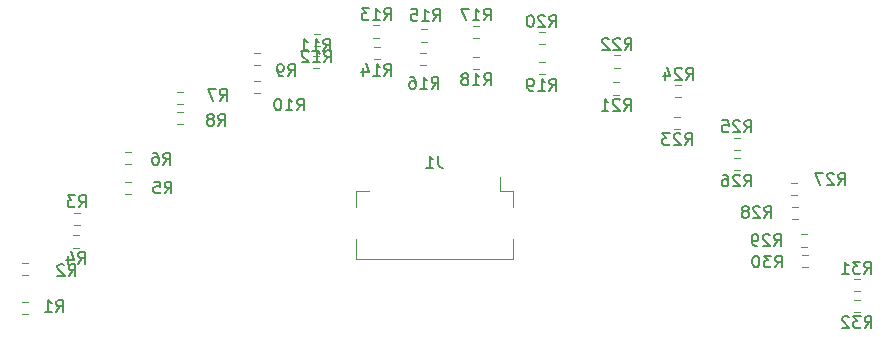
<source format=gbr>
%TF.GenerationSoftware,KiCad,Pcbnew,8.0.1-8.0.1-1~ubuntu22.04.1*%
%TF.CreationDate,2024-03-22T15:25:37-03:00*%
%TF.ProjectId,linefollower,6c696e65-666f-46c6-9c6f-7765722e6b69,rev?*%
%TF.SameCoordinates,Original*%
%TF.FileFunction,Legend,Bot*%
%TF.FilePolarity,Positive*%
%FSLAX46Y46*%
G04 Gerber Fmt 4.6, Leading zero omitted, Abs format (unit mm)*
G04 Created by KiCad (PCBNEW 8.0.1-8.0.1-1~ubuntu22.04.1) date 2024-03-22 15:25:37*
%MOMM*%
%LPD*%
G01*
G04 APERTURE LIST*
%ADD10C,0.150000*%
%ADD11C,0.120000*%
G04 APERTURE END LIST*
D10*
X127073165Y-108475550D02*
X127406498Y-107999359D01*
X127644593Y-108475550D02*
X127644593Y-107475550D01*
X127644593Y-107475550D02*
X127263641Y-107475550D01*
X127263641Y-107475550D02*
X127168403Y-107523169D01*
X127168403Y-107523169D02*
X127120784Y-107570788D01*
X127120784Y-107570788D02*
X127073165Y-107666026D01*
X127073165Y-107666026D02*
X127073165Y-107808883D01*
X127073165Y-107808883D02*
X127120784Y-107904121D01*
X127120784Y-107904121D02*
X127168403Y-107951740D01*
X127168403Y-107951740D02*
X127263641Y-107999359D01*
X127263641Y-107999359D02*
X127644593Y-107999359D01*
X126216022Y-107475550D02*
X126406498Y-107475550D01*
X126406498Y-107475550D02*
X126501736Y-107523169D01*
X126501736Y-107523169D02*
X126549355Y-107570788D01*
X126549355Y-107570788D02*
X126644593Y-107713645D01*
X126644593Y-107713645D02*
X126692212Y-107904121D01*
X126692212Y-107904121D02*
X126692212Y-108285073D01*
X126692212Y-108285073D02*
X126644593Y-108380311D01*
X126644593Y-108380311D02*
X126596974Y-108427931D01*
X126596974Y-108427931D02*
X126501736Y-108475550D01*
X126501736Y-108475550D02*
X126311260Y-108475550D01*
X126311260Y-108475550D02*
X126216022Y-108427931D01*
X126216022Y-108427931D02*
X126168403Y-108380311D01*
X126168403Y-108380311D02*
X126120784Y-108285073D01*
X126120784Y-108285073D02*
X126120784Y-108046978D01*
X126120784Y-108046978D02*
X126168403Y-107951740D01*
X126168403Y-107951740D02*
X126216022Y-107904121D01*
X126216022Y-107904121D02*
X126311260Y-107856502D01*
X126311260Y-107856502D02*
X126501736Y-107856502D01*
X126501736Y-107856502D02*
X126596974Y-107904121D01*
X126596974Y-107904121D02*
X126644593Y-107951740D01*
X126644593Y-107951740D02*
X126692212Y-108046978D01*
X119046628Y-117894453D02*
X119379961Y-117418262D01*
X119618056Y-117894453D02*
X119618056Y-116894453D01*
X119618056Y-116894453D02*
X119237104Y-116894453D01*
X119237104Y-116894453D02*
X119141866Y-116942072D01*
X119141866Y-116942072D02*
X119094247Y-116989691D01*
X119094247Y-116989691D02*
X119046628Y-117084929D01*
X119046628Y-117084929D02*
X119046628Y-117227786D01*
X119046628Y-117227786D02*
X119094247Y-117323024D01*
X119094247Y-117323024D02*
X119141866Y-117370643D01*
X119141866Y-117370643D02*
X119237104Y-117418262D01*
X119237104Y-117418262D02*
X119618056Y-117418262D01*
X118665675Y-116989691D02*
X118618056Y-116942072D01*
X118618056Y-116942072D02*
X118522818Y-116894453D01*
X118522818Y-116894453D02*
X118284723Y-116894453D01*
X118284723Y-116894453D02*
X118189485Y-116942072D01*
X118189485Y-116942072D02*
X118141866Y-116989691D01*
X118141866Y-116989691D02*
X118094247Y-117084929D01*
X118094247Y-117084929D02*
X118094247Y-117180167D01*
X118094247Y-117180167D02*
X118141866Y-117323024D01*
X118141866Y-117323024D02*
X118713294Y-117894453D01*
X118713294Y-117894453D02*
X118094247Y-117894453D01*
X150333333Y-107754819D02*
X150333333Y-108469104D01*
X150333333Y-108469104D02*
X150380952Y-108611961D01*
X150380952Y-108611961D02*
X150476190Y-108707200D01*
X150476190Y-108707200D02*
X150619047Y-108754819D01*
X150619047Y-108754819D02*
X150714285Y-108754819D01*
X149333333Y-108754819D02*
X149904761Y-108754819D01*
X149619047Y-108754819D02*
X149619047Y-107754819D01*
X149619047Y-107754819D02*
X149714285Y-107897676D01*
X149714285Y-107897676D02*
X149809523Y-107992914D01*
X149809523Y-107992914D02*
X149904761Y-108040533D01*
X137636840Y-100987683D02*
X137970173Y-100511492D01*
X138208268Y-100987683D02*
X138208268Y-99987683D01*
X138208268Y-99987683D02*
X137827316Y-99987683D01*
X137827316Y-99987683D02*
X137732078Y-100035302D01*
X137732078Y-100035302D02*
X137684459Y-100082921D01*
X137684459Y-100082921D02*
X137636840Y-100178159D01*
X137636840Y-100178159D02*
X137636840Y-100321016D01*
X137636840Y-100321016D02*
X137684459Y-100416254D01*
X137684459Y-100416254D02*
X137732078Y-100463873D01*
X137732078Y-100463873D02*
X137827316Y-100511492D01*
X137827316Y-100511492D02*
X138208268Y-100511492D01*
X137160649Y-100987683D02*
X136970173Y-100987683D01*
X136970173Y-100987683D02*
X136874935Y-100940064D01*
X136874935Y-100940064D02*
X136827316Y-100892444D01*
X136827316Y-100892444D02*
X136732078Y-100749587D01*
X136732078Y-100749587D02*
X136684459Y-100559111D01*
X136684459Y-100559111D02*
X136684459Y-100178159D01*
X136684459Y-100178159D02*
X136732078Y-100082921D01*
X136732078Y-100082921D02*
X136779697Y-100035302D01*
X136779697Y-100035302D02*
X136874935Y-99987683D01*
X136874935Y-99987683D02*
X137065411Y-99987683D01*
X137065411Y-99987683D02*
X137160649Y-100035302D01*
X137160649Y-100035302D02*
X137208268Y-100082921D01*
X137208268Y-100082921D02*
X137255887Y-100178159D01*
X137255887Y-100178159D02*
X137255887Y-100416254D01*
X137255887Y-100416254D02*
X137208268Y-100511492D01*
X137208268Y-100511492D02*
X137160649Y-100559111D01*
X137160649Y-100559111D02*
X137065411Y-100606730D01*
X137065411Y-100606730D02*
X136874935Y-100606730D01*
X136874935Y-100606730D02*
X136779697Y-100559111D01*
X136779697Y-100559111D02*
X136732078Y-100511492D01*
X136732078Y-100511492D02*
X136684459Y-100416254D01*
X178774183Y-115365837D02*
X179107516Y-114889646D01*
X179345611Y-115365837D02*
X179345611Y-114365837D01*
X179345611Y-114365837D02*
X178964659Y-114365837D01*
X178964659Y-114365837D02*
X178869421Y-114413456D01*
X178869421Y-114413456D02*
X178821802Y-114461075D01*
X178821802Y-114461075D02*
X178774183Y-114556313D01*
X178774183Y-114556313D02*
X178774183Y-114699170D01*
X178774183Y-114699170D02*
X178821802Y-114794408D01*
X178821802Y-114794408D02*
X178869421Y-114842027D01*
X178869421Y-114842027D02*
X178964659Y-114889646D01*
X178964659Y-114889646D02*
X179345611Y-114889646D01*
X178393230Y-114461075D02*
X178345611Y-114413456D01*
X178345611Y-114413456D02*
X178250373Y-114365837D01*
X178250373Y-114365837D02*
X178012278Y-114365837D01*
X178012278Y-114365837D02*
X177917040Y-114413456D01*
X177917040Y-114413456D02*
X177869421Y-114461075D01*
X177869421Y-114461075D02*
X177821802Y-114556313D01*
X177821802Y-114556313D02*
X177821802Y-114651551D01*
X177821802Y-114651551D02*
X177869421Y-114794408D01*
X177869421Y-114794408D02*
X178440849Y-115365837D01*
X178440849Y-115365837D02*
X177821802Y-115365837D01*
X177345611Y-115365837D02*
X177155135Y-115365837D01*
X177155135Y-115365837D02*
X177059897Y-115318218D01*
X177059897Y-115318218D02*
X177012278Y-115270598D01*
X177012278Y-115270598D02*
X176917040Y-115127741D01*
X176917040Y-115127741D02*
X176869421Y-114937265D01*
X176869421Y-114937265D02*
X176869421Y-114556313D01*
X176869421Y-114556313D02*
X176917040Y-114461075D01*
X176917040Y-114461075D02*
X176964659Y-114413456D01*
X176964659Y-114413456D02*
X177059897Y-114365837D01*
X177059897Y-114365837D02*
X177250373Y-114365837D01*
X177250373Y-114365837D02*
X177345611Y-114413456D01*
X177345611Y-114413456D02*
X177393230Y-114461075D01*
X177393230Y-114461075D02*
X177440849Y-114556313D01*
X177440849Y-114556313D02*
X177440849Y-114794408D01*
X177440849Y-114794408D02*
X177393230Y-114889646D01*
X177393230Y-114889646D02*
X177345611Y-114937265D01*
X177345611Y-114937265D02*
X177250373Y-114984884D01*
X177250373Y-114984884D02*
X177059897Y-114984884D01*
X177059897Y-114984884D02*
X176964659Y-114937265D01*
X176964659Y-114937265D02*
X176917040Y-114889646D01*
X176917040Y-114889646D02*
X176869421Y-114794408D01*
X119853469Y-116869316D02*
X120186802Y-116393125D01*
X120424897Y-116869316D02*
X120424897Y-115869316D01*
X120424897Y-115869316D02*
X120043945Y-115869316D01*
X120043945Y-115869316D02*
X119948707Y-115916935D01*
X119948707Y-115916935D02*
X119901088Y-115964554D01*
X119901088Y-115964554D02*
X119853469Y-116059792D01*
X119853469Y-116059792D02*
X119853469Y-116202649D01*
X119853469Y-116202649D02*
X119901088Y-116297887D01*
X119901088Y-116297887D02*
X119948707Y-116345506D01*
X119948707Y-116345506D02*
X120043945Y-116393125D01*
X120043945Y-116393125D02*
X120424897Y-116393125D01*
X118996326Y-116202649D02*
X118996326Y-116869316D01*
X119234421Y-115821697D02*
X119472516Y-116535982D01*
X119472516Y-116535982D02*
X118853469Y-116535982D01*
X145750255Y-96244454D02*
X146083588Y-95768263D01*
X146321683Y-96244454D02*
X146321683Y-95244454D01*
X146321683Y-95244454D02*
X145940731Y-95244454D01*
X145940731Y-95244454D02*
X145845493Y-95292073D01*
X145845493Y-95292073D02*
X145797874Y-95339692D01*
X145797874Y-95339692D02*
X145750255Y-95434930D01*
X145750255Y-95434930D02*
X145750255Y-95577787D01*
X145750255Y-95577787D02*
X145797874Y-95673025D01*
X145797874Y-95673025D02*
X145845493Y-95720644D01*
X145845493Y-95720644D02*
X145940731Y-95768263D01*
X145940731Y-95768263D02*
X146321683Y-95768263D01*
X144797874Y-96244454D02*
X145369302Y-96244454D01*
X145083588Y-96244454D02*
X145083588Y-95244454D01*
X145083588Y-95244454D02*
X145178826Y-95387311D01*
X145178826Y-95387311D02*
X145274064Y-95482549D01*
X145274064Y-95482549D02*
X145369302Y-95530168D01*
X144464540Y-95244454D02*
X143845493Y-95244454D01*
X143845493Y-95244454D02*
X144178826Y-95625406D01*
X144178826Y-95625406D02*
X144035969Y-95625406D01*
X144035969Y-95625406D02*
X143940731Y-95673025D01*
X143940731Y-95673025D02*
X143893112Y-95720644D01*
X143893112Y-95720644D02*
X143845493Y-95815882D01*
X143845493Y-95815882D02*
X143845493Y-96053977D01*
X143845493Y-96053977D02*
X143893112Y-96149215D01*
X143893112Y-96149215D02*
X143940731Y-96196835D01*
X143940731Y-96196835D02*
X144035969Y-96244454D01*
X144035969Y-96244454D02*
X144321683Y-96244454D01*
X144321683Y-96244454D02*
X144416921Y-96196835D01*
X144416921Y-96196835D02*
X144464540Y-96149215D01*
X176242988Y-110325350D02*
X176576321Y-109849159D01*
X176814416Y-110325350D02*
X176814416Y-109325350D01*
X176814416Y-109325350D02*
X176433464Y-109325350D01*
X176433464Y-109325350D02*
X176338226Y-109372969D01*
X176338226Y-109372969D02*
X176290607Y-109420588D01*
X176290607Y-109420588D02*
X176242988Y-109515826D01*
X176242988Y-109515826D02*
X176242988Y-109658683D01*
X176242988Y-109658683D02*
X176290607Y-109753921D01*
X176290607Y-109753921D02*
X176338226Y-109801540D01*
X176338226Y-109801540D02*
X176433464Y-109849159D01*
X176433464Y-109849159D02*
X176814416Y-109849159D01*
X175862035Y-109420588D02*
X175814416Y-109372969D01*
X175814416Y-109372969D02*
X175719178Y-109325350D01*
X175719178Y-109325350D02*
X175481083Y-109325350D01*
X175481083Y-109325350D02*
X175385845Y-109372969D01*
X175385845Y-109372969D02*
X175338226Y-109420588D01*
X175338226Y-109420588D02*
X175290607Y-109515826D01*
X175290607Y-109515826D02*
X175290607Y-109611064D01*
X175290607Y-109611064D02*
X175338226Y-109753921D01*
X175338226Y-109753921D02*
X175909654Y-110325350D01*
X175909654Y-110325350D02*
X175290607Y-110325350D01*
X174433464Y-109325350D02*
X174623940Y-109325350D01*
X174623940Y-109325350D02*
X174719178Y-109372969D01*
X174719178Y-109372969D02*
X174766797Y-109420588D01*
X174766797Y-109420588D02*
X174862035Y-109563445D01*
X174862035Y-109563445D02*
X174909654Y-109753921D01*
X174909654Y-109753921D02*
X174909654Y-110134873D01*
X174909654Y-110134873D02*
X174862035Y-110230111D01*
X174862035Y-110230111D02*
X174814416Y-110277731D01*
X174814416Y-110277731D02*
X174719178Y-110325350D01*
X174719178Y-110325350D02*
X174528702Y-110325350D01*
X174528702Y-110325350D02*
X174433464Y-110277731D01*
X174433464Y-110277731D02*
X174385845Y-110230111D01*
X174385845Y-110230111D02*
X174338226Y-110134873D01*
X174338226Y-110134873D02*
X174338226Y-109896778D01*
X174338226Y-109896778D02*
X174385845Y-109801540D01*
X174385845Y-109801540D02*
X174433464Y-109753921D01*
X174433464Y-109753921D02*
X174528702Y-109706302D01*
X174528702Y-109706302D02*
X174719178Y-109706302D01*
X174719178Y-109706302D02*
X174814416Y-109753921D01*
X174814416Y-109753921D02*
X174862035Y-109801540D01*
X174862035Y-109801540D02*
X174909654Y-109896778D01*
X178844106Y-117183837D02*
X179177439Y-116707646D01*
X179415534Y-117183837D02*
X179415534Y-116183837D01*
X179415534Y-116183837D02*
X179034582Y-116183837D01*
X179034582Y-116183837D02*
X178939344Y-116231456D01*
X178939344Y-116231456D02*
X178891725Y-116279075D01*
X178891725Y-116279075D02*
X178844106Y-116374313D01*
X178844106Y-116374313D02*
X178844106Y-116517170D01*
X178844106Y-116517170D02*
X178891725Y-116612408D01*
X178891725Y-116612408D02*
X178939344Y-116660027D01*
X178939344Y-116660027D02*
X179034582Y-116707646D01*
X179034582Y-116707646D02*
X179415534Y-116707646D01*
X178510772Y-116183837D02*
X177891725Y-116183837D01*
X177891725Y-116183837D02*
X178225058Y-116564789D01*
X178225058Y-116564789D02*
X178082201Y-116564789D01*
X178082201Y-116564789D02*
X177986963Y-116612408D01*
X177986963Y-116612408D02*
X177939344Y-116660027D01*
X177939344Y-116660027D02*
X177891725Y-116755265D01*
X177891725Y-116755265D02*
X177891725Y-116993360D01*
X177891725Y-116993360D02*
X177939344Y-117088598D01*
X177939344Y-117088598D02*
X177986963Y-117136218D01*
X177986963Y-117136218D02*
X178082201Y-117183837D01*
X178082201Y-117183837D02*
X178367915Y-117183837D01*
X178367915Y-117183837D02*
X178463153Y-117136218D01*
X178463153Y-117136218D02*
X178510772Y-117088598D01*
X177272677Y-116183837D02*
X177177439Y-116183837D01*
X177177439Y-116183837D02*
X177082201Y-116231456D01*
X177082201Y-116231456D02*
X177034582Y-116279075D01*
X177034582Y-116279075D02*
X176986963Y-116374313D01*
X176986963Y-116374313D02*
X176939344Y-116564789D01*
X176939344Y-116564789D02*
X176939344Y-116802884D01*
X176939344Y-116802884D02*
X176986963Y-116993360D01*
X176986963Y-116993360D02*
X177034582Y-117088598D01*
X177034582Y-117088598D02*
X177082201Y-117136218D01*
X177082201Y-117136218D02*
X177177439Y-117183837D01*
X177177439Y-117183837D02*
X177272677Y-117183837D01*
X177272677Y-117183837D02*
X177367915Y-117136218D01*
X177367915Y-117136218D02*
X177415534Y-117088598D01*
X177415534Y-117088598D02*
X177463153Y-116993360D01*
X177463153Y-116993360D02*
X177510772Y-116802884D01*
X177510772Y-116802884D02*
X177510772Y-116564789D01*
X177510772Y-116564789D02*
X177463153Y-116374313D01*
X177463153Y-116374313D02*
X177415534Y-116279075D01*
X177415534Y-116279075D02*
X177367915Y-116231456D01*
X177367915Y-116231456D02*
X177272677Y-116183837D01*
X154192362Y-96270306D02*
X154525695Y-95794115D01*
X154763790Y-96270306D02*
X154763790Y-95270306D01*
X154763790Y-95270306D02*
X154382838Y-95270306D01*
X154382838Y-95270306D02*
X154287600Y-95317925D01*
X154287600Y-95317925D02*
X154239981Y-95365544D01*
X154239981Y-95365544D02*
X154192362Y-95460782D01*
X154192362Y-95460782D02*
X154192362Y-95603639D01*
X154192362Y-95603639D02*
X154239981Y-95698877D01*
X154239981Y-95698877D02*
X154287600Y-95746496D01*
X154287600Y-95746496D02*
X154382838Y-95794115D01*
X154382838Y-95794115D02*
X154763790Y-95794115D01*
X153239981Y-96270306D02*
X153811409Y-96270306D01*
X153525695Y-96270306D02*
X153525695Y-95270306D01*
X153525695Y-95270306D02*
X153620933Y-95413163D01*
X153620933Y-95413163D02*
X153716171Y-95508401D01*
X153716171Y-95508401D02*
X153811409Y-95556020D01*
X152906647Y-95270306D02*
X152239981Y-95270306D01*
X152239981Y-95270306D02*
X152668552Y-96270306D01*
X117997782Y-120953588D02*
X118331115Y-120477397D01*
X118569210Y-120953588D02*
X118569210Y-119953588D01*
X118569210Y-119953588D02*
X118188258Y-119953588D01*
X118188258Y-119953588D02*
X118093020Y-120001207D01*
X118093020Y-120001207D02*
X118045401Y-120048826D01*
X118045401Y-120048826D02*
X117997782Y-120144064D01*
X117997782Y-120144064D02*
X117997782Y-120286921D01*
X117997782Y-120286921D02*
X118045401Y-120382159D01*
X118045401Y-120382159D02*
X118093020Y-120429778D01*
X118093020Y-120429778D02*
X118188258Y-120477397D01*
X118188258Y-120477397D02*
X118569210Y-120477397D01*
X117045401Y-120953588D02*
X117616829Y-120953588D01*
X117331115Y-120953588D02*
X117331115Y-119953588D01*
X117331115Y-119953588D02*
X117426353Y-120096445D01*
X117426353Y-120096445D02*
X117521591Y-120191683D01*
X117521591Y-120191683D02*
X117616829Y-120239302D01*
X145780357Y-100944819D02*
X146113690Y-100468628D01*
X146351785Y-100944819D02*
X146351785Y-99944819D01*
X146351785Y-99944819D02*
X145970833Y-99944819D01*
X145970833Y-99944819D02*
X145875595Y-99992438D01*
X145875595Y-99992438D02*
X145827976Y-100040057D01*
X145827976Y-100040057D02*
X145780357Y-100135295D01*
X145780357Y-100135295D02*
X145780357Y-100278152D01*
X145780357Y-100278152D02*
X145827976Y-100373390D01*
X145827976Y-100373390D02*
X145875595Y-100421009D01*
X145875595Y-100421009D02*
X145970833Y-100468628D01*
X145970833Y-100468628D02*
X146351785Y-100468628D01*
X144827976Y-100944819D02*
X145399404Y-100944819D01*
X145113690Y-100944819D02*
X145113690Y-99944819D01*
X145113690Y-99944819D02*
X145208928Y-100087676D01*
X145208928Y-100087676D02*
X145304166Y-100182914D01*
X145304166Y-100182914D02*
X145399404Y-100230533D01*
X143970833Y-100278152D02*
X143970833Y-100944819D01*
X144208928Y-99897200D02*
X144447023Y-100611485D01*
X144447023Y-100611485D02*
X143827976Y-100611485D01*
X171226531Y-106829743D02*
X171559864Y-106353552D01*
X171797959Y-106829743D02*
X171797959Y-105829743D01*
X171797959Y-105829743D02*
X171417007Y-105829743D01*
X171417007Y-105829743D02*
X171321769Y-105877362D01*
X171321769Y-105877362D02*
X171274150Y-105924981D01*
X171274150Y-105924981D02*
X171226531Y-106020219D01*
X171226531Y-106020219D02*
X171226531Y-106163076D01*
X171226531Y-106163076D02*
X171274150Y-106258314D01*
X171274150Y-106258314D02*
X171321769Y-106305933D01*
X171321769Y-106305933D02*
X171417007Y-106353552D01*
X171417007Y-106353552D02*
X171797959Y-106353552D01*
X170845578Y-105924981D02*
X170797959Y-105877362D01*
X170797959Y-105877362D02*
X170702721Y-105829743D01*
X170702721Y-105829743D02*
X170464626Y-105829743D01*
X170464626Y-105829743D02*
X170369388Y-105877362D01*
X170369388Y-105877362D02*
X170321769Y-105924981D01*
X170321769Y-105924981D02*
X170274150Y-106020219D01*
X170274150Y-106020219D02*
X170274150Y-106115457D01*
X170274150Y-106115457D02*
X170321769Y-106258314D01*
X170321769Y-106258314D02*
X170893197Y-106829743D01*
X170893197Y-106829743D02*
X170274150Y-106829743D01*
X169940816Y-105829743D02*
X169321769Y-105829743D01*
X169321769Y-105829743D02*
X169655102Y-106210695D01*
X169655102Y-106210695D02*
X169512245Y-106210695D01*
X169512245Y-106210695D02*
X169417007Y-106258314D01*
X169417007Y-106258314D02*
X169369388Y-106305933D01*
X169369388Y-106305933D02*
X169321769Y-106401171D01*
X169321769Y-106401171D02*
X169321769Y-106639266D01*
X169321769Y-106639266D02*
X169369388Y-106734504D01*
X169369388Y-106734504D02*
X169417007Y-106782124D01*
X169417007Y-106782124D02*
X169512245Y-106829743D01*
X169512245Y-106829743D02*
X169797959Y-106829743D01*
X169797959Y-106829743D02*
X169893197Y-106782124D01*
X169893197Y-106782124D02*
X169940816Y-106734504D01*
X186408591Y-117717353D02*
X186741924Y-117241162D01*
X186980019Y-117717353D02*
X186980019Y-116717353D01*
X186980019Y-116717353D02*
X186599067Y-116717353D01*
X186599067Y-116717353D02*
X186503829Y-116764972D01*
X186503829Y-116764972D02*
X186456210Y-116812591D01*
X186456210Y-116812591D02*
X186408591Y-116907829D01*
X186408591Y-116907829D02*
X186408591Y-117050686D01*
X186408591Y-117050686D02*
X186456210Y-117145924D01*
X186456210Y-117145924D02*
X186503829Y-117193543D01*
X186503829Y-117193543D02*
X186599067Y-117241162D01*
X186599067Y-117241162D02*
X186980019Y-117241162D01*
X186075257Y-116717353D02*
X185456210Y-116717353D01*
X185456210Y-116717353D02*
X185789543Y-117098305D01*
X185789543Y-117098305D02*
X185646686Y-117098305D01*
X185646686Y-117098305D02*
X185551448Y-117145924D01*
X185551448Y-117145924D02*
X185503829Y-117193543D01*
X185503829Y-117193543D02*
X185456210Y-117288781D01*
X185456210Y-117288781D02*
X185456210Y-117526876D01*
X185456210Y-117526876D02*
X185503829Y-117622114D01*
X185503829Y-117622114D02*
X185551448Y-117669734D01*
X185551448Y-117669734D02*
X185646686Y-117717353D01*
X185646686Y-117717353D02*
X185932400Y-117717353D01*
X185932400Y-117717353D02*
X186027638Y-117669734D01*
X186027638Y-117669734D02*
X186075257Y-117622114D01*
X184503829Y-117717353D02*
X185075257Y-117717353D01*
X184789543Y-117717353D02*
X184789543Y-116717353D01*
X184789543Y-116717353D02*
X184884781Y-116860210D01*
X184884781Y-116860210D02*
X184980019Y-116955448D01*
X184980019Y-116955448D02*
X185075257Y-117003067D01*
X166070512Y-103910454D02*
X166403845Y-103434263D01*
X166641940Y-103910454D02*
X166641940Y-102910454D01*
X166641940Y-102910454D02*
X166260988Y-102910454D01*
X166260988Y-102910454D02*
X166165750Y-102958073D01*
X166165750Y-102958073D02*
X166118131Y-103005692D01*
X166118131Y-103005692D02*
X166070512Y-103100930D01*
X166070512Y-103100930D02*
X166070512Y-103243787D01*
X166070512Y-103243787D02*
X166118131Y-103339025D01*
X166118131Y-103339025D02*
X166165750Y-103386644D01*
X166165750Y-103386644D02*
X166260988Y-103434263D01*
X166260988Y-103434263D02*
X166641940Y-103434263D01*
X165689559Y-103005692D02*
X165641940Y-102958073D01*
X165641940Y-102958073D02*
X165546702Y-102910454D01*
X165546702Y-102910454D02*
X165308607Y-102910454D01*
X165308607Y-102910454D02*
X165213369Y-102958073D01*
X165213369Y-102958073D02*
X165165750Y-103005692D01*
X165165750Y-103005692D02*
X165118131Y-103100930D01*
X165118131Y-103100930D02*
X165118131Y-103196168D01*
X165118131Y-103196168D02*
X165165750Y-103339025D01*
X165165750Y-103339025D02*
X165737178Y-103910454D01*
X165737178Y-103910454D02*
X165118131Y-103910454D01*
X164165750Y-103910454D02*
X164737178Y-103910454D01*
X164451464Y-103910454D02*
X164451464Y-102910454D01*
X164451464Y-102910454D02*
X164546702Y-103053311D01*
X164546702Y-103053311D02*
X164641940Y-103148549D01*
X164641940Y-103148549D02*
X164737178Y-103196168D01*
X186440478Y-122322056D02*
X186773811Y-121845865D01*
X187011906Y-122322056D02*
X187011906Y-121322056D01*
X187011906Y-121322056D02*
X186630954Y-121322056D01*
X186630954Y-121322056D02*
X186535716Y-121369675D01*
X186535716Y-121369675D02*
X186488097Y-121417294D01*
X186488097Y-121417294D02*
X186440478Y-121512532D01*
X186440478Y-121512532D02*
X186440478Y-121655389D01*
X186440478Y-121655389D02*
X186488097Y-121750627D01*
X186488097Y-121750627D02*
X186535716Y-121798246D01*
X186535716Y-121798246D02*
X186630954Y-121845865D01*
X186630954Y-121845865D02*
X187011906Y-121845865D01*
X186107144Y-121322056D02*
X185488097Y-121322056D01*
X185488097Y-121322056D02*
X185821430Y-121703008D01*
X185821430Y-121703008D02*
X185678573Y-121703008D01*
X185678573Y-121703008D02*
X185583335Y-121750627D01*
X185583335Y-121750627D02*
X185535716Y-121798246D01*
X185535716Y-121798246D02*
X185488097Y-121893484D01*
X185488097Y-121893484D02*
X185488097Y-122131579D01*
X185488097Y-122131579D02*
X185535716Y-122226817D01*
X185535716Y-122226817D02*
X185583335Y-122274437D01*
X185583335Y-122274437D02*
X185678573Y-122322056D01*
X185678573Y-122322056D02*
X185964287Y-122322056D01*
X185964287Y-122322056D02*
X186059525Y-122274437D01*
X186059525Y-122274437D02*
X186107144Y-122226817D01*
X185107144Y-121417294D02*
X185059525Y-121369675D01*
X185059525Y-121369675D02*
X184964287Y-121322056D01*
X184964287Y-121322056D02*
X184726192Y-121322056D01*
X184726192Y-121322056D02*
X184630954Y-121369675D01*
X184630954Y-121369675D02*
X184583335Y-121417294D01*
X184583335Y-121417294D02*
X184535716Y-121512532D01*
X184535716Y-121512532D02*
X184535716Y-121607770D01*
X184535716Y-121607770D02*
X184583335Y-121750627D01*
X184583335Y-121750627D02*
X185154763Y-122322056D01*
X185154763Y-122322056D02*
X184535716Y-122322056D01*
X159750356Y-96814819D02*
X160083689Y-96338628D01*
X160321784Y-96814819D02*
X160321784Y-95814819D01*
X160321784Y-95814819D02*
X159940832Y-95814819D01*
X159940832Y-95814819D02*
X159845594Y-95862438D01*
X159845594Y-95862438D02*
X159797975Y-95910057D01*
X159797975Y-95910057D02*
X159750356Y-96005295D01*
X159750356Y-96005295D02*
X159750356Y-96148152D01*
X159750356Y-96148152D02*
X159797975Y-96243390D01*
X159797975Y-96243390D02*
X159845594Y-96291009D01*
X159845594Y-96291009D02*
X159940832Y-96338628D01*
X159940832Y-96338628D02*
X160321784Y-96338628D01*
X159369403Y-95910057D02*
X159321784Y-95862438D01*
X159321784Y-95862438D02*
X159226546Y-95814819D01*
X159226546Y-95814819D02*
X158988451Y-95814819D01*
X158988451Y-95814819D02*
X158893213Y-95862438D01*
X158893213Y-95862438D02*
X158845594Y-95910057D01*
X158845594Y-95910057D02*
X158797975Y-96005295D01*
X158797975Y-96005295D02*
X158797975Y-96100533D01*
X158797975Y-96100533D02*
X158845594Y-96243390D01*
X158845594Y-96243390D02*
X159417022Y-96814819D01*
X159417022Y-96814819D02*
X158797975Y-96814819D01*
X158178927Y-95814819D02*
X158083689Y-95814819D01*
X158083689Y-95814819D02*
X157988451Y-95862438D01*
X157988451Y-95862438D02*
X157940832Y-95910057D01*
X157940832Y-95910057D02*
X157893213Y-96005295D01*
X157893213Y-96005295D02*
X157845594Y-96195771D01*
X157845594Y-96195771D02*
X157845594Y-96433866D01*
X157845594Y-96433866D02*
X157893213Y-96624342D01*
X157893213Y-96624342D02*
X157940832Y-96719580D01*
X157940832Y-96719580D02*
X157988451Y-96767200D01*
X157988451Y-96767200D02*
X158083689Y-96814819D01*
X158083689Y-96814819D02*
X158178927Y-96814819D01*
X158178927Y-96814819D02*
X158274165Y-96767200D01*
X158274165Y-96767200D02*
X158321784Y-96719580D01*
X158321784Y-96719580D02*
X158369403Y-96624342D01*
X158369403Y-96624342D02*
X158417022Y-96433866D01*
X158417022Y-96433866D02*
X158417022Y-96195771D01*
X158417022Y-96195771D02*
X158369403Y-96005295D01*
X158369403Y-96005295D02*
X158321784Y-95910057D01*
X158321784Y-95910057D02*
X158274165Y-95862438D01*
X158274165Y-95862438D02*
X158178927Y-95814819D01*
X177952586Y-112988452D02*
X178285919Y-112512261D01*
X178524014Y-112988452D02*
X178524014Y-111988452D01*
X178524014Y-111988452D02*
X178143062Y-111988452D01*
X178143062Y-111988452D02*
X178047824Y-112036071D01*
X178047824Y-112036071D02*
X178000205Y-112083690D01*
X178000205Y-112083690D02*
X177952586Y-112178928D01*
X177952586Y-112178928D02*
X177952586Y-112321785D01*
X177952586Y-112321785D02*
X178000205Y-112417023D01*
X178000205Y-112417023D02*
X178047824Y-112464642D01*
X178047824Y-112464642D02*
X178143062Y-112512261D01*
X178143062Y-112512261D02*
X178524014Y-112512261D01*
X177571633Y-112083690D02*
X177524014Y-112036071D01*
X177524014Y-112036071D02*
X177428776Y-111988452D01*
X177428776Y-111988452D02*
X177190681Y-111988452D01*
X177190681Y-111988452D02*
X177095443Y-112036071D01*
X177095443Y-112036071D02*
X177047824Y-112083690D01*
X177047824Y-112083690D02*
X177000205Y-112178928D01*
X177000205Y-112178928D02*
X177000205Y-112274166D01*
X177000205Y-112274166D02*
X177047824Y-112417023D01*
X177047824Y-112417023D02*
X177619252Y-112988452D01*
X177619252Y-112988452D02*
X177000205Y-112988452D01*
X176428776Y-112417023D02*
X176524014Y-112369404D01*
X176524014Y-112369404D02*
X176571633Y-112321785D01*
X176571633Y-112321785D02*
X176619252Y-112226547D01*
X176619252Y-112226547D02*
X176619252Y-112178928D01*
X176619252Y-112178928D02*
X176571633Y-112083690D01*
X176571633Y-112083690D02*
X176524014Y-112036071D01*
X176524014Y-112036071D02*
X176428776Y-111988452D01*
X176428776Y-111988452D02*
X176238300Y-111988452D01*
X176238300Y-111988452D02*
X176143062Y-112036071D01*
X176143062Y-112036071D02*
X176095443Y-112083690D01*
X176095443Y-112083690D02*
X176047824Y-112178928D01*
X176047824Y-112178928D02*
X176047824Y-112226547D01*
X176047824Y-112226547D02*
X176095443Y-112321785D01*
X176095443Y-112321785D02*
X176143062Y-112369404D01*
X176143062Y-112369404D02*
X176238300Y-112417023D01*
X176238300Y-112417023D02*
X176428776Y-112417023D01*
X176428776Y-112417023D02*
X176524014Y-112464642D01*
X176524014Y-112464642D02*
X176571633Y-112512261D01*
X176571633Y-112512261D02*
X176619252Y-112607499D01*
X176619252Y-112607499D02*
X176619252Y-112797975D01*
X176619252Y-112797975D02*
X176571633Y-112893213D01*
X176571633Y-112893213D02*
X176524014Y-112940833D01*
X176524014Y-112940833D02*
X176428776Y-112988452D01*
X176428776Y-112988452D02*
X176238300Y-112988452D01*
X176238300Y-112988452D02*
X176143062Y-112940833D01*
X176143062Y-112940833D02*
X176095443Y-112893213D01*
X176095443Y-112893213D02*
X176047824Y-112797975D01*
X176047824Y-112797975D02*
X176047824Y-112607499D01*
X176047824Y-112607499D02*
X176095443Y-112512261D01*
X176095443Y-112512261D02*
X176143062Y-112464642D01*
X176143062Y-112464642D02*
X176238300Y-112417023D01*
X119904166Y-112084819D02*
X120237499Y-111608628D01*
X120475594Y-112084819D02*
X120475594Y-111084819D01*
X120475594Y-111084819D02*
X120094642Y-111084819D01*
X120094642Y-111084819D02*
X119999404Y-111132438D01*
X119999404Y-111132438D02*
X119951785Y-111180057D01*
X119951785Y-111180057D02*
X119904166Y-111275295D01*
X119904166Y-111275295D02*
X119904166Y-111418152D01*
X119904166Y-111418152D02*
X119951785Y-111513390D01*
X119951785Y-111513390D02*
X119999404Y-111561009D01*
X119999404Y-111561009D02*
X120094642Y-111608628D01*
X120094642Y-111608628D02*
X120475594Y-111608628D01*
X119570832Y-111084819D02*
X118951785Y-111084819D01*
X118951785Y-111084819D02*
X119285118Y-111465771D01*
X119285118Y-111465771D02*
X119142261Y-111465771D01*
X119142261Y-111465771D02*
X119047023Y-111513390D01*
X119047023Y-111513390D02*
X118999404Y-111561009D01*
X118999404Y-111561009D02*
X118951785Y-111656247D01*
X118951785Y-111656247D02*
X118951785Y-111894342D01*
X118951785Y-111894342D02*
X118999404Y-111989580D01*
X118999404Y-111989580D02*
X119047023Y-112037200D01*
X119047023Y-112037200D02*
X119142261Y-112084819D01*
X119142261Y-112084819D02*
X119427975Y-112084819D01*
X119427975Y-112084819D02*
X119523213Y-112037200D01*
X119523213Y-112037200D02*
X119570832Y-111989580D01*
X138375243Y-103898232D02*
X138708576Y-103422041D01*
X138946671Y-103898232D02*
X138946671Y-102898232D01*
X138946671Y-102898232D02*
X138565719Y-102898232D01*
X138565719Y-102898232D02*
X138470481Y-102945851D01*
X138470481Y-102945851D02*
X138422862Y-102993470D01*
X138422862Y-102993470D02*
X138375243Y-103088708D01*
X138375243Y-103088708D02*
X138375243Y-103231565D01*
X138375243Y-103231565D02*
X138422862Y-103326803D01*
X138422862Y-103326803D02*
X138470481Y-103374422D01*
X138470481Y-103374422D02*
X138565719Y-103422041D01*
X138565719Y-103422041D02*
X138946671Y-103422041D01*
X137422862Y-103898232D02*
X137994290Y-103898232D01*
X137708576Y-103898232D02*
X137708576Y-102898232D01*
X137708576Y-102898232D02*
X137803814Y-103041089D01*
X137803814Y-103041089D02*
X137899052Y-103136327D01*
X137899052Y-103136327D02*
X137994290Y-103183946D01*
X136803814Y-102898232D02*
X136708576Y-102898232D01*
X136708576Y-102898232D02*
X136613338Y-102945851D01*
X136613338Y-102945851D02*
X136565719Y-102993470D01*
X136565719Y-102993470D02*
X136518100Y-103088708D01*
X136518100Y-103088708D02*
X136470481Y-103279184D01*
X136470481Y-103279184D02*
X136470481Y-103517279D01*
X136470481Y-103517279D02*
X136518100Y-103707755D01*
X136518100Y-103707755D02*
X136565719Y-103802993D01*
X136565719Y-103802993D02*
X136613338Y-103850613D01*
X136613338Y-103850613D02*
X136708576Y-103898232D01*
X136708576Y-103898232D02*
X136803814Y-103898232D01*
X136803814Y-103898232D02*
X136899052Y-103850613D01*
X136899052Y-103850613D02*
X136946671Y-103802993D01*
X136946671Y-103802993D02*
X136994290Y-103707755D01*
X136994290Y-103707755D02*
X137041909Y-103517279D01*
X137041909Y-103517279D02*
X137041909Y-103279184D01*
X137041909Y-103279184D02*
X136994290Y-103088708D01*
X136994290Y-103088708D02*
X136946671Y-102993470D01*
X136946671Y-102993470D02*
X136899052Y-102945851D01*
X136899052Y-102945851D02*
X136803814Y-102898232D01*
X184210703Y-110197625D02*
X184544036Y-109721434D01*
X184782131Y-110197625D02*
X184782131Y-109197625D01*
X184782131Y-109197625D02*
X184401179Y-109197625D01*
X184401179Y-109197625D02*
X184305941Y-109245244D01*
X184305941Y-109245244D02*
X184258322Y-109292863D01*
X184258322Y-109292863D02*
X184210703Y-109388101D01*
X184210703Y-109388101D02*
X184210703Y-109530958D01*
X184210703Y-109530958D02*
X184258322Y-109626196D01*
X184258322Y-109626196D02*
X184305941Y-109673815D01*
X184305941Y-109673815D02*
X184401179Y-109721434D01*
X184401179Y-109721434D02*
X184782131Y-109721434D01*
X183829750Y-109292863D02*
X183782131Y-109245244D01*
X183782131Y-109245244D02*
X183686893Y-109197625D01*
X183686893Y-109197625D02*
X183448798Y-109197625D01*
X183448798Y-109197625D02*
X183353560Y-109245244D01*
X183353560Y-109245244D02*
X183305941Y-109292863D01*
X183305941Y-109292863D02*
X183258322Y-109388101D01*
X183258322Y-109388101D02*
X183258322Y-109483339D01*
X183258322Y-109483339D02*
X183305941Y-109626196D01*
X183305941Y-109626196D02*
X183877369Y-110197625D01*
X183877369Y-110197625D02*
X183258322Y-110197625D01*
X182924988Y-109197625D02*
X182258322Y-109197625D01*
X182258322Y-109197625D02*
X182686893Y-110197625D01*
X176260357Y-105734819D02*
X176593690Y-105258628D01*
X176831785Y-105734819D02*
X176831785Y-104734819D01*
X176831785Y-104734819D02*
X176450833Y-104734819D01*
X176450833Y-104734819D02*
X176355595Y-104782438D01*
X176355595Y-104782438D02*
X176307976Y-104830057D01*
X176307976Y-104830057D02*
X176260357Y-104925295D01*
X176260357Y-104925295D02*
X176260357Y-105068152D01*
X176260357Y-105068152D02*
X176307976Y-105163390D01*
X176307976Y-105163390D02*
X176355595Y-105211009D01*
X176355595Y-105211009D02*
X176450833Y-105258628D01*
X176450833Y-105258628D02*
X176831785Y-105258628D01*
X175879404Y-104830057D02*
X175831785Y-104782438D01*
X175831785Y-104782438D02*
X175736547Y-104734819D01*
X175736547Y-104734819D02*
X175498452Y-104734819D01*
X175498452Y-104734819D02*
X175403214Y-104782438D01*
X175403214Y-104782438D02*
X175355595Y-104830057D01*
X175355595Y-104830057D02*
X175307976Y-104925295D01*
X175307976Y-104925295D02*
X175307976Y-105020533D01*
X175307976Y-105020533D02*
X175355595Y-105163390D01*
X175355595Y-105163390D02*
X175927023Y-105734819D01*
X175927023Y-105734819D02*
X175307976Y-105734819D01*
X174403214Y-104734819D02*
X174879404Y-104734819D01*
X174879404Y-104734819D02*
X174927023Y-105211009D01*
X174927023Y-105211009D02*
X174879404Y-105163390D01*
X174879404Y-105163390D02*
X174784166Y-105115771D01*
X174784166Y-105115771D02*
X174546071Y-105115771D01*
X174546071Y-105115771D02*
X174450833Y-105163390D01*
X174450833Y-105163390D02*
X174403214Y-105211009D01*
X174403214Y-105211009D02*
X174355595Y-105306247D01*
X174355595Y-105306247D02*
X174355595Y-105544342D01*
X174355595Y-105544342D02*
X174403214Y-105639580D01*
X174403214Y-105639580D02*
X174450833Y-105687200D01*
X174450833Y-105687200D02*
X174546071Y-105734819D01*
X174546071Y-105734819D02*
X174784166Y-105734819D01*
X174784166Y-105734819D02*
X174879404Y-105687200D01*
X174879404Y-105687200D02*
X174927023Y-105639580D01*
X131714310Y-105197905D02*
X132047643Y-104721714D01*
X132285738Y-105197905D02*
X132285738Y-104197905D01*
X132285738Y-104197905D02*
X131904786Y-104197905D01*
X131904786Y-104197905D02*
X131809548Y-104245524D01*
X131809548Y-104245524D02*
X131761929Y-104293143D01*
X131761929Y-104293143D02*
X131714310Y-104388381D01*
X131714310Y-104388381D02*
X131714310Y-104531238D01*
X131714310Y-104531238D02*
X131761929Y-104626476D01*
X131761929Y-104626476D02*
X131809548Y-104674095D01*
X131809548Y-104674095D02*
X131904786Y-104721714D01*
X131904786Y-104721714D02*
X132285738Y-104721714D01*
X131142881Y-104626476D02*
X131238119Y-104578857D01*
X131238119Y-104578857D02*
X131285738Y-104531238D01*
X131285738Y-104531238D02*
X131333357Y-104436000D01*
X131333357Y-104436000D02*
X131333357Y-104388381D01*
X131333357Y-104388381D02*
X131285738Y-104293143D01*
X131285738Y-104293143D02*
X131238119Y-104245524D01*
X131238119Y-104245524D02*
X131142881Y-104197905D01*
X131142881Y-104197905D02*
X130952405Y-104197905D01*
X130952405Y-104197905D02*
X130857167Y-104245524D01*
X130857167Y-104245524D02*
X130809548Y-104293143D01*
X130809548Y-104293143D02*
X130761929Y-104388381D01*
X130761929Y-104388381D02*
X130761929Y-104436000D01*
X130761929Y-104436000D02*
X130809548Y-104531238D01*
X130809548Y-104531238D02*
X130857167Y-104578857D01*
X130857167Y-104578857D02*
X130952405Y-104626476D01*
X130952405Y-104626476D02*
X131142881Y-104626476D01*
X131142881Y-104626476D02*
X131238119Y-104674095D01*
X131238119Y-104674095D02*
X131285738Y-104721714D01*
X131285738Y-104721714D02*
X131333357Y-104816952D01*
X131333357Y-104816952D02*
X131333357Y-105007428D01*
X131333357Y-105007428D02*
X131285738Y-105102666D01*
X131285738Y-105102666D02*
X131238119Y-105150286D01*
X131238119Y-105150286D02*
X131142881Y-105197905D01*
X131142881Y-105197905D02*
X130952405Y-105197905D01*
X130952405Y-105197905D02*
X130857167Y-105150286D01*
X130857167Y-105150286D02*
X130809548Y-105102666D01*
X130809548Y-105102666D02*
X130761929Y-105007428D01*
X130761929Y-105007428D02*
X130761929Y-104816952D01*
X130761929Y-104816952D02*
X130809548Y-104721714D01*
X130809548Y-104721714D02*
X130857167Y-104674095D01*
X130857167Y-104674095D02*
X130952405Y-104626476D01*
X131845416Y-103073991D02*
X132178749Y-102597800D01*
X132416844Y-103073991D02*
X132416844Y-102073991D01*
X132416844Y-102073991D02*
X132035892Y-102073991D01*
X132035892Y-102073991D02*
X131940654Y-102121610D01*
X131940654Y-102121610D02*
X131893035Y-102169229D01*
X131893035Y-102169229D02*
X131845416Y-102264467D01*
X131845416Y-102264467D02*
X131845416Y-102407324D01*
X131845416Y-102407324D02*
X131893035Y-102502562D01*
X131893035Y-102502562D02*
X131940654Y-102550181D01*
X131940654Y-102550181D02*
X132035892Y-102597800D01*
X132035892Y-102597800D02*
X132416844Y-102597800D01*
X131512082Y-102073991D02*
X130845416Y-102073991D01*
X130845416Y-102073991D02*
X131273987Y-103073991D01*
X159750357Y-102214819D02*
X160083690Y-101738628D01*
X160321785Y-102214819D02*
X160321785Y-101214819D01*
X160321785Y-101214819D02*
X159940833Y-101214819D01*
X159940833Y-101214819D02*
X159845595Y-101262438D01*
X159845595Y-101262438D02*
X159797976Y-101310057D01*
X159797976Y-101310057D02*
X159750357Y-101405295D01*
X159750357Y-101405295D02*
X159750357Y-101548152D01*
X159750357Y-101548152D02*
X159797976Y-101643390D01*
X159797976Y-101643390D02*
X159845595Y-101691009D01*
X159845595Y-101691009D02*
X159940833Y-101738628D01*
X159940833Y-101738628D02*
X160321785Y-101738628D01*
X158797976Y-102214819D02*
X159369404Y-102214819D01*
X159083690Y-102214819D02*
X159083690Y-101214819D01*
X159083690Y-101214819D02*
X159178928Y-101357676D01*
X159178928Y-101357676D02*
X159274166Y-101452914D01*
X159274166Y-101452914D02*
X159369404Y-101500533D01*
X158321785Y-102214819D02*
X158131309Y-102214819D01*
X158131309Y-102214819D02*
X158036071Y-102167200D01*
X158036071Y-102167200D02*
X157988452Y-102119580D01*
X157988452Y-102119580D02*
X157893214Y-101976723D01*
X157893214Y-101976723D02*
X157845595Y-101786247D01*
X157845595Y-101786247D02*
X157845595Y-101405295D01*
X157845595Y-101405295D02*
X157893214Y-101310057D01*
X157893214Y-101310057D02*
X157940833Y-101262438D01*
X157940833Y-101262438D02*
X158036071Y-101214819D01*
X158036071Y-101214819D02*
X158226547Y-101214819D01*
X158226547Y-101214819D02*
X158321785Y-101262438D01*
X158321785Y-101262438D02*
X158369404Y-101310057D01*
X158369404Y-101310057D02*
X158417023Y-101405295D01*
X158417023Y-101405295D02*
X158417023Y-101643390D01*
X158417023Y-101643390D02*
X158369404Y-101738628D01*
X158369404Y-101738628D02*
X158321785Y-101786247D01*
X158321785Y-101786247D02*
X158226547Y-101833866D01*
X158226547Y-101833866D02*
X158036071Y-101833866D01*
X158036071Y-101833866D02*
X157940833Y-101786247D01*
X157940833Y-101786247D02*
X157893214Y-101738628D01*
X157893214Y-101738628D02*
X157845595Y-101643390D01*
X140699112Y-99818312D02*
X141032445Y-99342121D01*
X141270540Y-99818312D02*
X141270540Y-98818312D01*
X141270540Y-98818312D02*
X140889588Y-98818312D01*
X140889588Y-98818312D02*
X140794350Y-98865931D01*
X140794350Y-98865931D02*
X140746731Y-98913550D01*
X140746731Y-98913550D02*
X140699112Y-99008788D01*
X140699112Y-99008788D02*
X140699112Y-99151645D01*
X140699112Y-99151645D02*
X140746731Y-99246883D01*
X140746731Y-99246883D02*
X140794350Y-99294502D01*
X140794350Y-99294502D02*
X140889588Y-99342121D01*
X140889588Y-99342121D02*
X141270540Y-99342121D01*
X139746731Y-99818312D02*
X140318159Y-99818312D01*
X140032445Y-99818312D02*
X140032445Y-98818312D01*
X140032445Y-98818312D02*
X140127683Y-98961169D01*
X140127683Y-98961169D02*
X140222921Y-99056407D01*
X140222921Y-99056407D02*
X140318159Y-99104026D01*
X139365778Y-98913550D02*
X139318159Y-98865931D01*
X139318159Y-98865931D02*
X139222921Y-98818312D01*
X139222921Y-98818312D02*
X138984826Y-98818312D01*
X138984826Y-98818312D02*
X138889588Y-98865931D01*
X138889588Y-98865931D02*
X138841969Y-98913550D01*
X138841969Y-98913550D02*
X138794350Y-99008788D01*
X138794350Y-99008788D02*
X138794350Y-99104026D01*
X138794350Y-99104026D02*
X138841969Y-99246883D01*
X138841969Y-99246883D02*
X139413397Y-99818312D01*
X139413397Y-99818312D02*
X138794350Y-99818312D01*
X166122954Y-98777953D02*
X166456287Y-98301762D01*
X166694382Y-98777953D02*
X166694382Y-97777953D01*
X166694382Y-97777953D02*
X166313430Y-97777953D01*
X166313430Y-97777953D02*
X166218192Y-97825572D01*
X166218192Y-97825572D02*
X166170573Y-97873191D01*
X166170573Y-97873191D02*
X166122954Y-97968429D01*
X166122954Y-97968429D02*
X166122954Y-98111286D01*
X166122954Y-98111286D02*
X166170573Y-98206524D01*
X166170573Y-98206524D02*
X166218192Y-98254143D01*
X166218192Y-98254143D02*
X166313430Y-98301762D01*
X166313430Y-98301762D02*
X166694382Y-98301762D01*
X165742001Y-97873191D02*
X165694382Y-97825572D01*
X165694382Y-97825572D02*
X165599144Y-97777953D01*
X165599144Y-97777953D02*
X165361049Y-97777953D01*
X165361049Y-97777953D02*
X165265811Y-97825572D01*
X165265811Y-97825572D02*
X165218192Y-97873191D01*
X165218192Y-97873191D02*
X165170573Y-97968429D01*
X165170573Y-97968429D02*
X165170573Y-98063667D01*
X165170573Y-98063667D02*
X165218192Y-98206524D01*
X165218192Y-98206524D02*
X165789620Y-98777953D01*
X165789620Y-98777953D02*
X165170573Y-98777953D01*
X164789620Y-97873191D02*
X164742001Y-97825572D01*
X164742001Y-97825572D02*
X164646763Y-97777953D01*
X164646763Y-97777953D02*
X164408668Y-97777953D01*
X164408668Y-97777953D02*
X164313430Y-97825572D01*
X164313430Y-97825572D02*
X164265811Y-97873191D01*
X164265811Y-97873191D02*
X164218192Y-97968429D01*
X164218192Y-97968429D02*
X164218192Y-98063667D01*
X164218192Y-98063667D02*
X164265811Y-98206524D01*
X164265811Y-98206524D02*
X164837239Y-98777953D01*
X164837239Y-98777953D02*
X164218192Y-98777953D01*
X149774209Y-102054819D02*
X150107542Y-101578628D01*
X150345637Y-102054819D02*
X150345637Y-101054819D01*
X150345637Y-101054819D02*
X149964685Y-101054819D01*
X149964685Y-101054819D02*
X149869447Y-101102438D01*
X149869447Y-101102438D02*
X149821828Y-101150057D01*
X149821828Y-101150057D02*
X149774209Y-101245295D01*
X149774209Y-101245295D02*
X149774209Y-101388152D01*
X149774209Y-101388152D02*
X149821828Y-101483390D01*
X149821828Y-101483390D02*
X149869447Y-101531009D01*
X149869447Y-101531009D02*
X149964685Y-101578628D01*
X149964685Y-101578628D02*
X150345637Y-101578628D01*
X148821828Y-102054819D02*
X149393256Y-102054819D01*
X149107542Y-102054819D02*
X149107542Y-101054819D01*
X149107542Y-101054819D02*
X149202780Y-101197676D01*
X149202780Y-101197676D02*
X149298018Y-101292914D01*
X149298018Y-101292914D02*
X149393256Y-101340533D01*
X147964685Y-101054819D02*
X148155161Y-101054819D01*
X148155161Y-101054819D02*
X148250399Y-101102438D01*
X148250399Y-101102438D02*
X148298018Y-101150057D01*
X148298018Y-101150057D02*
X148393256Y-101292914D01*
X148393256Y-101292914D02*
X148440875Y-101483390D01*
X148440875Y-101483390D02*
X148440875Y-101864342D01*
X148440875Y-101864342D02*
X148393256Y-101959580D01*
X148393256Y-101959580D02*
X148345637Y-102007200D01*
X148345637Y-102007200D02*
X148250399Y-102054819D01*
X148250399Y-102054819D02*
X148059923Y-102054819D01*
X148059923Y-102054819D02*
X147964685Y-102007200D01*
X147964685Y-102007200D02*
X147917066Y-101959580D01*
X147917066Y-101959580D02*
X147869447Y-101864342D01*
X147869447Y-101864342D02*
X147869447Y-101626247D01*
X147869447Y-101626247D02*
X147917066Y-101531009D01*
X147917066Y-101531009D02*
X147964685Y-101483390D01*
X147964685Y-101483390D02*
X148059923Y-101435771D01*
X148059923Y-101435771D02*
X148250399Y-101435771D01*
X148250399Y-101435771D02*
X148345637Y-101483390D01*
X148345637Y-101483390D02*
X148393256Y-101531009D01*
X148393256Y-101531009D02*
X148440875Y-101626247D01*
X140619394Y-98823723D02*
X140952727Y-98347532D01*
X141190822Y-98823723D02*
X141190822Y-97823723D01*
X141190822Y-97823723D02*
X140809870Y-97823723D01*
X140809870Y-97823723D02*
X140714632Y-97871342D01*
X140714632Y-97871342D02*
X140667013Y-97918961D01*
X140667013Y-97918961D02*
X140619394Y-98014199D01*
X140619394Y-98014199D02*
X140619394Y-98157056D01*
X140619394Y-98157056D02*
X140667013Y-98252294D01*
X140667013Y-98252294D02*
X140714632Y-98299913D01*
X140714632Y-98299913D02*
X140809870Y-98347532D01*
X140809870Y-98347532D02*
X141190822Y-98347532D01*
X139667013Y-98823723D02*
X140238441Y-98823723D01*
X139952727Y-98823723D02*
X139952727Y-97823723D01*
X139952727Y-97823723D02*
X140047965Y-97966580D01*
X140047965Y-97966580D02*
X140143203Y-98061818D01*
X140143203Y-98061818D02*
X140238441Y-98109437D01*
X138714632Y-98823723D02*
X139286060Y-98823723D01*
X139000346Y-98823723D02*
X139000346Y-97823723D01*
X139000346Y-97823723D02*
X139095584Y-97966580D01*
X139095584Y-97966580D02*
X139190822Y-98061818D01*
X139190822Y-98061818D02*
X139286060Y-98109437D01*
X149907702Y-96312384D02*
X150241035Y-95836193D01*
X150479130Y-96312384D02*
X150479130Y-95312384D01*
X150479130Y-95312384D02*
X150098178Y-95312384D01*
X150098178Y-95312384D02*
X150002940Y-95360003D01*
X150002940Y-95360003D02*
X149955321Y-95407622D01*
X149955321Y-95407622D02*
X149907702Y-95502860D01*
X149907702Y-95502860D02*
X149907702Y-95645717D01*
X149907702Y-95645717D02*
X149955321Y-95740955D01*
X149955321Y-95740955D02*
X150002940Y-95788574D01*
X150002940Y-95788574D02*
X150098178Y-95836193D01*
X150098178Y-95836193D02*
X150479130Y-95836193D01*
X148955321Y-96312384D02*
X149526749Y-96312384D01*
X149241035Y-96312384D02*
X149241035Y-95312384D01*
X149241035Y-95312384D02*
X149336273Y-95455241D01*
X149336273Y-95455241D02*
X149431511Y-95550479D01*
X149431511Y-95550479D02*
X149526749Y-95598098D01*
X148050559Y-95312384D02*
X148526749Y-95312384D01*
X148526749Y-95312384D02*
X148574368Y-95788574D01*
X148574368Y-95788574D02*
X148526749Y-95740955D01*
X148526749Y-95740955D02*
X148431511Y-95693336D01*
X148431511Y-95693336D02*
X148193416Y-95693336D01*
X148193416Y-95693336D02*
X148098178Y-95740955D01*
X148098178Y-95740955D02*
X148050559Y-95788574D01*
X148050559Y-95788574D02*
X148002940Y-95883812D01*
X148002940Y-95883812D02*
X148002940Y-96121907D01*
X148002940Y-96121907D02*
X148050559Y-96217145D01*
X148050559Y-96217145D02*
X148098178Y-96264765D01*
X148098178Y-96264765D02*
X148193416Y-96312384D01*
X148193416Y-96312384D02*
X148431511Y-96312384D01*
X148431511Y-96312384D02*
X148526749Y-96264765D01*
X148526749Y-96264765D02*
X148574368Y-96217145D01*
X154207972Y-101761127D02*
X154541305Y-101284936D01*
X154779400Y-101761127D02*
X154779400Y-100761127D01*
X154779400Y-100761127D02*
X154398448Y-100761127D01*
X154398448Y-100761127D02*
X154303210Y-100808746D01*
X154303210Y-100808746D02*
X154255591Y-100856365D01*
X154255591Y-100856365D02*
X154207972Y-100951603D01*
X154207972Y-100951603D02*
X154207972Y-101094460D01*
X154207972Y-101094460D02*
X154255591Y-101189698D01*
X154255591Y-101189698D02*
X154303210Y-101237317D01*
X154303210Y-101237317D02*
X154398448Y-101284936D01*
X154398448Y-101284936D02*
X154779400Y-101284936D01*
X153255591Y-101761127D02*
X153827019Y-101761127D01*
X153541305Y-101761127D02*
X153541305Y-100761127D01*
X153541305Y-100761127D02*
X153636543Y-100903984D01*
X153636543Y-100903984D02*
X153731781Y-100999222D01*
X153731781Y-100999222D02*
X153827019Y-101046841D01*
X152684162Y-101189698D02*
X152779400Y-101142079D01*
X152779400Y-101142079D02*
X152827019Y-101094460D01*
X152827019Y-101094460D02*
X152874638Y-100999222D01*
X152874638Y-100999222D02*
X152874638Y-100951603D01*
X152874638Y-100951603D02*
X152827019Y-100856365D01*
X152827019Y-100856365D02*
X152779400Y-100808746D01*
X152779400Y-100808746D02*
X152684162Y-100761127D01*
X152684162Y-100761127D02*
X152493686Y-100761127D01*
X152493686Y-100761127D02*
X152398448Y-100808746D01*
X152398448Y-100808746D02*
X152350829Y-100856365D01*
X152350829Y-100856365D02*
X152303210Y-100951603D01*
X152303210Y-100951603D02*
X152303210Y-100999222D01*
X152303210Y-100999222D02*
X152350829Y-101094460D01*
X152350829Y-101094460D02*
X152398448Y-101142079D01*
X152398448Y-101142079D02*
X152493686Y-101189698D01*
X152493686Y-101189698D02*
X152684162Y-101189698D01*
X152684162Y-101189698D02*
X152779400Y-101237317D01*
X152779400Y-101237317D02*
X152827019Y-101284936D01*
X152827019Y-101284936D02*
X152874638Y-101380174D01*
X152874638Y-101380174D02*
X152874638Y-101570650D01*
X152874638Y-101570650D02*
X152827019Y-101665888D01*
X152827019Y-101665888D02*
X152779400Y-101713508D01*
X152779400Y-101713508D02*
X152684162Y-101761127D01*
X152684162Y-101761127D02*
X152493686Y-101761127D01*
X152493686Y-101761127D02*
X152398448Y-101713508D01*
X152398448Y-101713508D02*
X152350829Y-101665888D01*
X152350829Y-101665888D02*
X152303210Y-101570650D01*
X152303210Y-101570650D02*
X152303210Y-101380174D01*
X152303210Y-101380174D02*
X152350829Y-101284936D01*
X152350829Y-101284936D02*
X152398448Y-101237317D01*
X152398448Y-101237317D02*
X152493686Y-101189698D01*
X171313935Y-101277704D02*
X171647268Y-100801513D01*
X171885363Y-101277704D02*
X171885363Y-100277704D01*
X171885363Y-100277704D02*
X171504411Y-100277704D01*
X171504411Y-100277704D02*
X171409173Y-100325323D01*
X171409173Y-100325323D02*
X171361554Y-100372942D01*
X171361554Y-100372942D02*
X171313935Y-100468180D01*
X171313935Y-100468180D02*
X171313935Y-100611037D01*
X171313935Y-100611037D02*
X171361554Y-100706275D01*
X171361554Y-100706275D02*
X171409173Y-100753894D01*
X171409173Y-100753894D02*
X171504411Y-100801513D01*
X171504411Y-100801513D02*
X171885363Y-100801513D01*
X170932982Y-100372942D02*
X170885363Y-100325323D01*
X170885363Y-100325323D02*
X170790125Y-100277704D01*
X170790125Y-100277704D02*
X170552030Y-100277704D01*
X170552030Y-100277704D02*
X170456792Y-100325323D01*
X170456792Y-100325323D02*
X170409173Y-100372942D01*
X170409173Y-100372942D02*
X170361554Y-100468180D01*
X170361554Y-100468180D02*
X170361554Y-100563418D01*
X170361554Y-100563418D02*
X170409173Y-100706275D01*
X170409173Y-100706275D02*
X170980601Y-101277704D01*
X170980601Y-101277704D02*
X170361554Y-101277704D01*
X169504411Y-100611037D02*
X169504411Y-101277704D01*
X169742506Y-100230085D02*
X169980601Y-100944370D01*
X169980601Y-100944370D02*
X169361554Y-100944370D01*
X127178050Y-110914118D02*
X127511383Y-110437927D01*
X127749478Y-110914118D02*
X127749478Y-109914118D01*
X127749478Y-109914118D02*
X127368526Y-109914118D01*
X127368526Y-109914118D02*
X127273288Y-109961737D01*
X127273288Y-109961737D02*
X127225669Y-110009356D01*
X127225669Y-110009356D02*
X127178050Y-110104594D01*
X127178050Y-110104594D02*
X127178050Y-110247451D01*
X127178050Y-110247451D02*
X127225669Y-110342689D01*
X127225669Y-110342689D02*
X127273288Y-110390308D01*
X127273288Y-110390308D02*
X127368526Y-110437927D01*
X127368526Y-110437927D02*
X127749478Y-110437927D01*
X126273288Y-109914118D02*
X126749478Y-109914118D01*
X126749478Y-109914118D02*
X126797097Y-110390308D01*
X126797097Y-110390308D02*
X126749478Y-110342689D01*
X126749478Y-110342689D02*
X126654240Y-110295070D01*
X126654240Y-110295070D02*
X126416145Y-110295070D01*
X126416145Y-110295070D02*
X126320907Y-110342689D01*
X126320907Y-110342689D02*
X126273288Y-110390308D01*
X126273288Y-110390308D02*
X126225669Y-110485546D01*
X126225669Y-110485546D02*
X126225669Y-110723641D01*
X126225669Y-110723641D02*
X126273288Y-110818879D01*
X126273288Y-110818879D02*
X126320907Y-110866499D01*
X126320907Y-110866499D02*
X126416145Y-110914118D01*
X126416145Y-110914118D02*
X126654240Y-110914118D01*
X126654240Y-110914118D02*
X126749478Y-110866499D01*
X126749478Y-110866499D02*
X126797097Y-110818879D01*
D11*
%TO.C,R6*%
X123796234Y-107427500D02*
X124305682Y-107427500D01*
X123796234Y-108472500D02*
X124305682Y-108472500D01*
%TO.C,R2*%
X115093927Y-116791743D02*
X115603375Y-116791743D01*
X115093927Y-117836743D02*
X115603375Y-117836743D01*
%TO.C,J1*%
X156650000Y-116500000D02*
X143350000Y-116500000D01*
X156650000Y-114760000D02*
X156650000Y-116500000D01*
X156650000Y-110700000D02*
X156650000Y-112040000D01*
X155600000Y-110700000D02*
X156650000Y-110700000D01*
X155600000Y-110700000D02*
X155600000Y-109500000D01*
X144500000Y-110700000D02*
X143350000Y-110700000D01*
X143350000Y-116500000D02*
X143350000Y-114760000D01*
X143350000Y-110700000D02*
X143350000Y-112040000D01*
%TO.C,R9*%
X135209721Y-102446508D02*
X134700273Y-102446508D01*
X135209721Y-101401508D02*
X134700273Y-101401508D01*
%TO.C,R29*%
X181596637Y-115436381D02*
X181087189Y-115436381D01*
X181596637Y-114391381D02*
X181087189Y-114391381D01*
%TO.C,R4*%
X119432079Y-114461997D02*
X119941527Y-114461997D01*
X119432079Y-115506997D02*
X119941527Y-115506997D01*
%TO.C,R13*%
X145362122Y-97742135D02*
X144852674Y-97742135D01*
X145362122Y-96697135D02*
X144852674Y-96697135D01*
%TO.C,R26*%
X175345407Y-107918031D02*
X175854855Y-107918031D01*
X175345407Y-108963031D02*
X175854855Y-108963031D01*
%TO.C,R30*%
X181110553Y-116120140D02*
X181620001Y-116120140D01*
X181110553Y-117165140D02*
X181620001Y-117165140D01*
%TO.C,R17*%
X153804229Y-97767987D02*
X153294781Y-97767987D01*
X153804229Y-96722987D02*
X153294781Y-96722987D01*
%TO.C,R1*%
X115603375Y-121172500D02*
X115093927Y-121172500D01*
X115603375Y-120127500D02*
X115093927Y-120127500D01*
%TO.C,R14*%
X144882776Y-98537500D02*
X145392224Y-98537500D01*
X144882776Y-99582500D02*
X145392224Y-99582500D01*
%TO.C,R23*%
X170328950Y-104422424D02*
X170838398Y-104422424D01*
X170328950Y-105467424D02*
X170838398Y-105467424D01*
%TO.C,R31*%
X186020458Y-119215034D02*
X185511010Y-119215034D01*
X186020458Y-118170034D02*
X185511010Y-118170034D01*
%TO.C,R21*%
X165172931Y-101503135D02*
X165682379Y-101503135D01*
X165172931Y-102548135D02*
X165682379Y-102548135D01*
%TO.C,R32*%
X185542897Y-119914737D02*
X186052345Y-119914737D01*
X185542897Y-120959737D02*
X186052345Y-120959737D01*
%TO.C,R20*%
X159362223Y-98312500D02*
X158852775Y-98312500D01*
X159362223Y-97267500D02*
X158852775Y-97267500D01*
%TO.C,R28*%
X180248699Y-112072097D02*
X180758147Y-112072097D01*
X180248699Y-113117097D02*
X180758147Y-113117097D01*
%TO.C,R3*%
X119992224Y-113582500D02*
X119482776Y-113582500D01*
X119992224Y-112537500D02*
X119482776Y-112537500D01*
%TO.C,R10*%
X134701396Y-99022149D02*
X135210844Y-99022149D01*
X134701396Y-100067149D02*
X135210844Y-100067149D01*
%TO.C,R27*%
X180670743Y-111071847D02*
X180161295Y-111071847D01*
X180670743Y-110026847D02*
X180161295Y-110026847D01*
%TO.C,R25*%
X175872224Y-107232500D02*
X175362776Y-107232500D01*
X175872224Y-106187500D02*
X175362776Y-106187500D01*
%TO.C,R8*%
X128238487Y-102347500D02*
X128747935Y-102347500D01*
X128238487Y-103392500D02*
X128747935Y-103392500D01*
%TO.C,R7*%
X128716048Y-105071541D02*
X128206600Y-105071541D01*
X128716048Y-104026541D02*
X128206600Y-104026541D01*
%TO.C,R19*%
X158852776Y-99807500D02*
X159362224Y-99807500D01*
X158852776Y-100852500D02*
X159362224Y-100852500D01*
%TO.C,R12*%
X139801531Y-97410993D02*
X140310979Y-97410993D01*
X139801531Y-98455993D02*
X140310979Y-98455993D01*
%TO.C,R22*%
X165734821Y-100275634D02*
X165225373Y-100275634D01*
X165734821Y-99230634D02*
X165225373Y-99230634D01*
%TO.C,R16*%
X148876628Y-97021430D02*
X149386076Y-97021430D01*
X148876628Y-98066430D02*
X149386076Y-98066430D01*
%TO.C,R11*%
X140231261Y-100321404D02*
X139721813Y-100321404D01*
X140231261Y-99276404D02*
X139721813Y-99276404D01*
%TO.C,R15*%
X149314298Y-100084200D02*
X148804850Y-100084200D01*
X149314298Y-99039200D02*
X148804850Y-99039200D01*
%TO.C,R18*%
X153310391Y-99353808D02*
X153819839Y-99353808D01*
X153310391Y-100398808D02*
X153819839Y-100398808D01*
%TO.C,R24*%
X170925802Y-102775385D02*
X170416354Y-102775385D01*
X170925802Y-101730385D02*
X170416354Y-101730385D01*
%TO.C,R5*%
X124293449Y-111012500D02*
X123784001Y-111012500D01*
X124293449Y-109967500D02*
X123784001Y-109967500D01*
%TD*%
M02*

</source>
